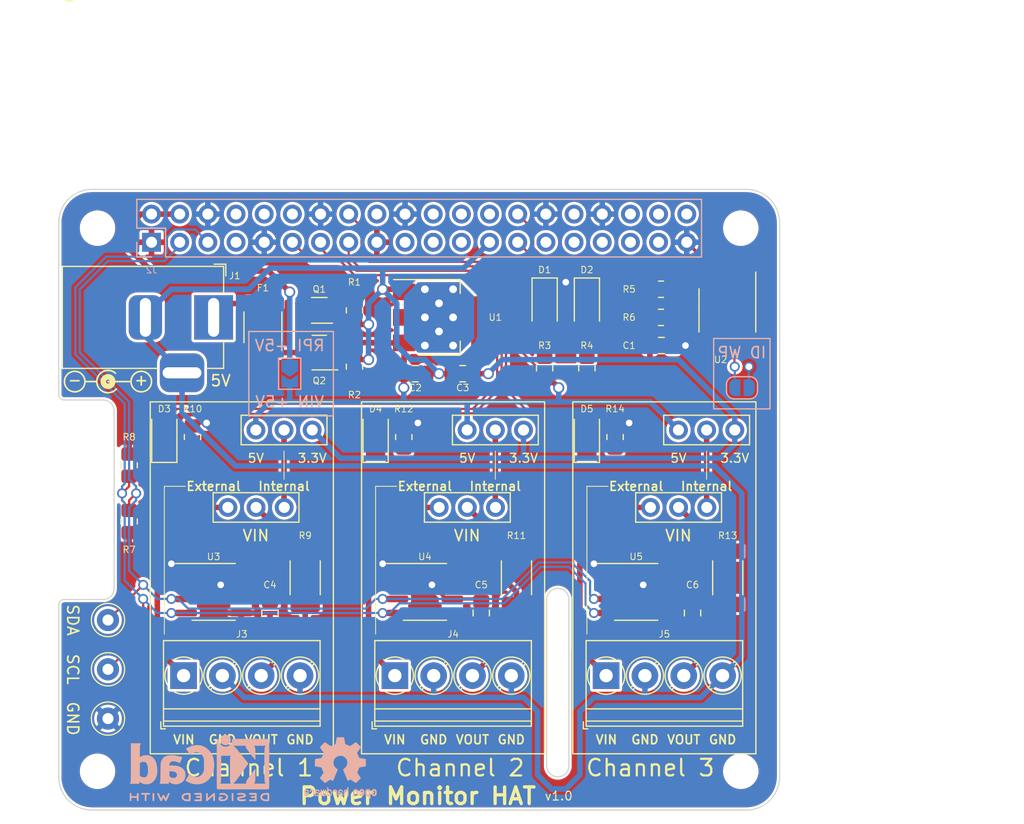
<source format=kicad_pcb>
(kicad_pcb (version 20211014) (generator pcbnew)
  (title_block (date "15 nov 2012") (comment 4 "AISLER Project ID: TDIBOIWR"))
  (layers (0 "F.Cu" signal) (31 "B.Cu" signal) (34 "B.Paste" user) (35 "F.Paste" user) (36 "B.SilkS" user "B.Silkscreen") (37 "F.SilkS" user "F.Silkscreen") (38 "B.Mask" user) (39 "F.Mask" user) (44 "Edge.Cuts" user))
  (net 0 "")
  (net 1 "GND")
  (net 2 "/SCL")
  (net 14 "/ID_SDA")
  (net 15 "/ID_SCL")
  (net 25 "+5V")
  (net 26 "+3.3V")
  (net 27 "/PowerChannel 1/EXTERNAL_VIN")
  (net 28 "/PowerChannel 1/VOUT")
  (net 29 "/PowerChannel 2/EXTERNAL_VIN")
  (net 30 "/PowerChannel 2/VOUT")
  (net 31 "/PowerChannel 3/EXTERNAL_VIN")
  (net 32 "/PowerChannel 3/VOUT")
  (net 33 "Net-(JP2-Pad1)")
  (net 34 "/PowerChannel 1/VIN")
  (net 35 "/PowerChannel 1/INTERNAL_VIN")
  (net 36 "/PowerChannel 2/VIN")
  (net 37 "/PowerChannel 2/INTERNAL_VIN")
  (net 38 "/PowerChannel 3/VIN")
  (net 39 "/PowerChannel 3/INTERNAL_VIN")
  (net 43 "/SDA")
  (net 44 "Net-(D3-Pad1)")
  (net 45 "+3.3VP")
  (net 46 "+5VP")
  (net 47 "Net-(D1-Pad2)")
  (net 48 "Net-(D4-Pad1)")
  (net 49 "Net-(D5-Pad1)")
  (net 50 "Net-(D2-Pad2)")
  (net 51 "Net-(Q1-Pad2)")
  (net 52 "Net-(Q1-Pad6)")
  (net 53 "/Vfused")
  (net 54 "/Vpsu")
  (net 55 "/LED_CH1")
  (net 56 "/LED_CH2")
  (net 57 "/LED_CH3")
  (net 58 "/LED")
  (net 59 "GNDPWR")
  (footprint "Resistor_SMD:R_0805_2012Metric_Pad1.20x1.40mm_HandSolder" (layer "F.Cu") (at 147.625 60.15 -90)
    (fp_text reference "R4")
    (fp_text value "470R")
  )
  (footprint "Resistor_SMD:R_0805_2012Metric_Pad1.20x1.40mm_HandSolder" (layer "F.Cu") (at 126.67 54.915 -90)
    (fp_text reference "R1")
    (fp_text value "10k")
  )
  (footprint "Resistor_SMD:R_0805_2012Metric_Pad1.20x1.40mm_HandSolder" (layer "F.Cu") (at 154.3075 53.01)
    (fp_text reference "R5")
    (fp_text value "3.9k")
  )
  (footprint "MountingHole:MountingHole_2.7mm_M2.5" (layer "F.Cu") (at 161.5 47.5)
    (fp_text reference "MH2" hide)
    (fp_text value "MountingHole_2.7mm_M2.5" hide)
  )
  (footprint "Package_SO:SOIC-8_3.9x4.9mm_P1.27mm" (layer "F.Cu") (at 133.02 80.315)
    (fp_text reference "U4")
    (fp_text value "INA219AxD")
  )
  (footprint "TestPoint:TestPoint_Loop_D1.80mm_Drill1.0mm_Beaded" (layer "F.Cu") (at 104.445 91.745)
    (fp_text reference "TP1" hide)
    (fp_text value "TestPoint")
  )
  (footprint "shared_components:PinHeader_1x03_P2.54mm_Vertical_NoFP" (layer "F.Cu") (at 134.305 72.695 90)
    (fp_text reference "JP5" hide)
    (fp_text value "Jumper")
  )
  (footprint "Resistor_SMD:R_2010_5025Metric_Pad1.40x2.65mm_HandSolder" (layer "F.Cu") (at 160.325 79.045 -90)
    (fp_text reference "R13")
    (fp_text value "0R5")
  )
  (footprint "Resistor_SMD:R_2010_5025Metric_Pad1.40x2.65mm_HandSolder" (layer "F.Cu") (at 122.225 79.045 -90)
    (fp_text reference "R9")
    (fp_text value "0R5")
  )
  (footprint "shared_components:PinHeader_1x03_P2.54mm_Vertical_NoFP" (layer "F.Cu") (at 155.88 65.71 90)
    (fp_text reference "JP8" hide)
    (fp_text value "Jumper")
  )
  (footprint "Resistor_SMD:R_0805_2012Metric_Pad1.20x1.40mm_HandSolder" (layer "F.Cu") (at 106.35 73.965 90)
    (fp_text reference "R7")
    (fp_text value "10k")
  )
  (footprint "Resistor_SMD:R_0805_2012Metric_Pad1.20x1.40mm_HandSolder" (layer "F.Cu") (at 126.67 59.995 90)
    (fp_text reference "R2")
    (fp_text value "47k")
  )
  (footprint "TestPoint:TestPoint_Loop_D1.80mm_Drill1.0mm_Beaded" (layer "F.Cu") (at 104.445 87.3)
    (fp_text reference "TP3" hide)
    (fp_text value "TestPoint")
  )
  (footprint "Capacitor_SMD:C_0805_2012Metric_Pad1.18x1.45mm_HandSolder" (layer "F.Cu") (at 157.15 82.22 90)
    (fp_text reference "C6")
    (fp_text value "100n")
  )
  (footprint "Capacitor_SMD:C_0805_2012Metric_Pad1.18x1.45mm_HandSolder" (layer "F.Cu") (at 136.4275 60.63 180)
    (fp_text reference "C3")
    (fp_text value "10u")
  )
  (footprint "shared_components:PinHeader_1x03_P2.54mm_Vertical_NoFP" (layer "F.Cu") (at 115.255 72.695 90)
    (fp_text reference "JP3" hide)
    (fp_text value "Jumper")
  )
  (footprint "Capacitor_SMD:C_0805_2012Metric_Pad1.18x1.45mm_HandSolder" (layer "F.Cu") (at 119.05 82.22 90)
    (fp_text reference "C4")
    (fp_text value "100n")
  )
  (footprint "Resistor_SMD:R_0805_2012Metric_Pad1.20x1.40mm_HandSolder" (layer "F.Cu") (at 143.815 60.15 -90)
    (fp_text reference "R3")
    (fp_text value "470R")
  )
  (footprint "Resistor_SMD:R_0805_2012Metric_Pad1.20x1.40mm_HandSolder" (layer "F.Cu") (at 131.115 66.345 -90)
    (fp_text reference "R12")
    (fp_text value "470R")
  )
  (footprint "LED_SMD:LED_1206_3216Metric" (layer "F.Cu") (at 128.575 66.345 90)
    (fp_text reference "D4")
    (fp_text value "LED")
  )
  (footprint "Package_SO:SOIC-8_3.9x4.9mm_P1.27mm" (layer "F.Cu") (at 152.07 80.315)
    (fp_text reference "U5")
    (fp_text value "INA219AxD")
  )
  (footprint "Resistor_SMD:R_0805_2012Metric_Pad1.20x1.40mm_HandSolder" (layer "F.Cu") (at 112.065 66.345 -90)
    (fp_text reference "R10")
    (fp_text value "470R")
  )
  (footprint "Capacitor_SMD:C_0805_2012Metric_Pad1.18x1.45mm_HandSolder" (layer "F.Cu") (at 154.345 58.09)
    (fp_text reference "C1")
    (fp_text value "100n")
  )
  (footprint "Resistor_SMD:R_2010_5025Metric_Pad1.40x2.65mm_HandSolder" (layer "F.Cu") (at 141.275 79.045 -90)
    (fp_text reference "R11")
    (fp_text value "0R5")
  )
  (footprint "Package_TO_SOT_SMD:SOT-23" (layer "F.Cu") (at 123.495 58.725 180)
    (fp_text reference "Q2")
    (fp_text value "SI2301CDS")
  )
  (footprint "TerminalBlock_Phoenix:TerminalBlock_Phoenix_PT-1,5-4-3.5-H_1x04_P3.50mm_Horizontal" (layer "F.Cu") (at 149.36 87.87)
    (fp_text reference "J5")
    (fp_text value "OutputTerminal")
  )
  (footprint "Package_TO_SOT_SMD:SOT-363_SC-70-6" (layer "F.Cu") (at 123.495 54.915 180)
    (fp_text reference "Q1")
    (fp_text value "BC856BDW1")
  )
  (footprint "Resistor_SMD:R_0805_2012Metric_Pad1.20x1.40mm_HandSolder" (layer "F.Cu") (at 106.35 68.885 -90)
    (fp_text reference "R8")
    (fp_text value "10k")
  )
  (footprint "Package_SO:SOIC-8_3.9x4.9mm_P1.27mm" (layer "F.Cu") (at 113.97 80.315)
    (fp_text reference "U3")
    (fp_text value "INA219AxD")
  )
  (footprint "MountingHole:MountingHole_2.7mm_M2.5" (layer "F.Cu") (at 103.5 96.5)
    (fp_text reference "MH3" hide)
    (fp_text value "MountingHole_2.7mm_M2.5" hide)
  )
  (footprint "shared_components:PinHeader_1x03_P2.54mm_Vertical_NoFP" (layer "F.Cu") (at 136.83 65.71 90)
    (fp_text reference "JP6" hide)
    (fp_text value "Jumper")
  )
  (footprint "MountingHole:MountingHole_2.7mm_M2.5" (layer "F.Cu") (at 103.5 47.5)
    (fp_text reference "MH1" hide)
    (fp_text value "MountingHole_2.7mm_M2.5" hide)
  )
  (footprint "Symbol:Symbol_Barrel_Polarity" (layer "F.Cu") (at 104.445 61.265)
    (fp_text reference "SYM1" hide)
    (fp_text value "Symbol_Barrel_Polarity" hide)
  )
  (footprint "Package_TO_SOT_SMD:SOT-223-3_TabPin2" (layer "F.Cu") (at 134.29 55.55)
    (fp_text reference "U1")
    (fp_text value "NCP1117-3.3_SOT223")
  )
  (footprint "Resistor_SMD:R_0805_2012Metric_Pad1.20x1.40mm_HandSolder" (layer "F.Cu") (at 150.165 66.345 -90)
    (fp_text reference "R14")
    (fp_text value "470R")
  )
  (footprint "TerminalBlock_Phoenix:TerminalBlock_Phoenix_PT-1,5-4-3.5-H_1x04_P3.50mm_Horizontal" (layer "F.Cu") (at 130.31 87.87)
    (fp_text reference "J4")
    (fp_text value "OutputTerminal")
  )
  (footprint "TestPoint:TestPoint_Loop_D1.80mm_Drill1.0mm_Beaded" (layer "F.Cu") (at 104.445 82.855)
    (fp_text reference "TP2" hide)
    (fp_text value "TestPoint")
  )
  (footprint "Resistor_SMD:R_0805_2012Metric_Pad1.20x1.40mm_HandSolder" (layer "F.Cu") (at 154.3075 55.55)
    (fp_text reference "R6")
    (fp_text value "3.9k")
  )
  (footprint "shared_components:PinHeader_1x03_P2.54mm_Vertical_NoFP" (layer "F.Cu") (at 117.78 65.71 90)
    (fp_text reference "JP4" hide)
    (fp_text value "Jumper")
  )
  (footprint "LED_SMD:LED_1206_3216Metric" (layer "F.Cu") (at 109.525 66.345 90)
    (fp_text reference "D3")
    (fp_text value "LED")
  )
  (footprint "MountingHole:MountingHole_2.7mm_M2.5" (layer "F.Cu") (at 161.5 96.5)
    (fp_text reference "MH4" hide)
    (fp_text value "MountingHole_2.7mm_M2.5" hide)
  )
  (footprint "shared_components:BarrelJack_CLIFF_FC68148_Horizontal" (layer "F.Cu") (at 113.97 55.55)
    (fp_text reference "J1")
    (fp_text value "Barrel_Jack_Switch")
  )
  (footprint "Package_SO:SOIC-8_3.9x4.9mm_P1.27mm" (layer "F.Cu") (at 160.2925 54.915 -90)
    (fp_text reference "U2")
    (fp_text value "CAT24C256")
  )
  (footprint "LED_SMD:LED_1206_3216Metric" (layer "F.Cu") (at 143.815 54.28 -90)
    (fp_text reference "D1")
    (fp_text value "LED")
  )
  (footprint "LED_SMD:LED_1206_3216Metric" (layer "F.Cu") (at 147.625 66.345 90)
    (fp_text reference "D5")
    (fp_text value "LED")
  )
  (footprint "Fuse:Fuse_1812_4532Metric" (layer "F.Cu") (at 118.415 56.4425 -90)
    (fp_text reference "F1")
    (fp_text value "MF-MSMF250/16X-2")
  )
  (footprint "Capacitor_SMD:C_0805_2012Metric_Pad1.18x1.45mm_HandSolder" (layer "F.Cu") (at 132.1525 60.63)
    (fp_text reference "C2")
    (fp_text value "10u")
  )
  (footprint "LED_SMD:LED_1206_3216Metric" (layer "F.Cu") (at 147.625 54.28 -90)
    (fp_text reference "D2")
    (fp_text value "LED")
  )
  (footprint "Capacitor_SMD:C_0805_2012Metric_Pad1.18x1.45mm_HandSolder" (layer "F.Cu") (at 138.1 82.22 90)
    (fp_text reference "C5")
    (fp_text value "100n")
  )
  (footprint "TerminalBlock_Phoenix:TerminalBlock_Phoenix_PT-1,5-4-3.5-H_1x04_P3.50mm_Horizontal" (layer "F.Cu") (at 111.26 87.87)
    (fp_text reference "J3")
    (fp_text value "OutputTerminal")
  )
  (footprint "shared_components:PinHeader_1x03_P2.54mm_Vertical_NoFP" (layer "F.Cu") (at 153.355 72.695 90)
    (fp_text reference "JP7" hide)
    (fp_text value "Jumper")
  )
  (footprint "Connector_PinSocket_2.54mm:PinSocket_2x20_P2.54mm_Vertical" (layer "B.Cu") (at 108.37 48.77 -90)
    (fp_text reference "J2")
    (fp_text value "GPIO")
  )
  (footprint "Jumper:SolderJumper-2_P1.3mm_Open_TrianglePad1.0x1.5mm" (layer "B.Cu") (at 120.828 60.63 -90)
    (fp_text reference "JP1" hide)
    (fp_text value "5V_Bridge")
  )
  (footprint "Jumper:SolderJumper-2_P1.3mm_Open_RoundedPad1.0x1.5mm" (layer "B.Cu") (at 161.61 61.9)
    (fp_text reference "JP2" hide)
    (fp_text value "ID_WP" hide)
  )
  (footprint "Symbol:KiCad-Logo2_5mm_SilkScreen" (layer "B.Cu") (at 112.7 96.19 180)
    (fp_text reference "SYM3" hide)
    (fp_text value "KiCad-Logo2_5mm_SilkScreen" hide)
  )
  (footprint "Symbol:OSHW-Logo2_7.3x6mm_SilkScreen" (layer "B.Cu") (at 125.4 96.19 180)
    (fp_text reference "SYM2" hide)
    (fp_text value "OSHW-Logo2_7.3x6mm_SilkScreen" hide)
  )
  (gr_rect (start 117.145 56.82) (end 124.765 64.44) (layer "B.SilkS") (width 0.12) (fill none))
  (gr_rect (start 159.055 57.455) (end 164.135 63.805) (layer "B.SilkS") (width 0.12) (fill none))
  (gr_line (start 109.525 70.79) (end 109.525 84.125) (layer "F.SilkS") (width 0.08))
  (gr_rect (start 127.305 63.17) (end 143.815 94.92) (layer "F.SilkS") (width 0.12) (fill none))
  (gr_line (start 147.625 70.79) (end 147.625 84.125) (layer "F.SilkS") (width 0.08))
  (gr_rect (start 108.255 63.17) (end 124.765 94.92) (layer "F.SilkS") (width 0.12) (fill none))
  (gr_rect (start 146.355 63.17) (end 162.865 94.92) (layer "F.SilkS") (width 0.12) (fill none))
  (gr_line (start 101.27 26.975) (end 100.635 26.975) (layer "F.SilkS") (width 0.12))
  (gr_line (start 158.42 70.155) (end 158.42 67.615) (layer "F.SilkS") (width 0.08))
  (gr_line (start 128.575 70.79) (end 128.575 84.125) (layer "F.SilkS") (width 0.08))
  (gr_line (start 147.625 70.79) (end 149.53 70.79) (layer "F.SilkS") (width 0.08))
  (gr_line (start 109.525 70.79) (end 111.43 70.79) (layer "F.SilkS") (width 0.08))
  (gr_line (start 128.575 70.79) (end 130.48 70.79) (layer "F.SilkS") (width 0.08))
  (gr_line (start 120.32 67.615) (end 120.32 70.155) (layer "F.SilkS") (width 0.08))
  (gr_line (start 139.37 70.155) (end 139.37 67.615) (layer "F.SilkS") (width 0.08))
  (gr_arc (start 100.5 63) (mid 100.146447 62.853553) (end 100 62.5) (layer "Edge.Cuts") (width 0.1))
  (gr_arc (start 162 44) (mid 164.12132 44.87868) (end 165 47) (layer "Edge.Cuts") (width 0.1))
  (gr_line (start 165 97) (end 165 47) (layer "Edge.Cuts") (width 0.1))
  (gr_line (start 100 47) (end 100 62.5) (layer "Edge.Cuts") (width 0.1))
  (gr_line (start 146 81) (end 146 96) (layer "Edge.Cuts") (width 0.1))
  (gr_line (start 144 96) (end 144 81) (layer "Edge.Cuts") (width 0.1))
  (gr_arc (start 103 100) (mid 100.87868 99.12132) (end 100 97) (layer "Edge.Cuts") (width 0.1))
  (gr_line (start 103 100) (end 162 100) (layer "Edge.Cuts") (width 0.1))
  (gr_line (start 104 81) (end 100.5 81) (layer "Edge.Cuts") (width 0.1))
  (gr_arc (start 144 81) (mid 145 80) (end 146 81) (layer "Edge.Cuts") (width 0.1))
  (gr_arc (start 100 81.5) (mid 100.146447 81.146447) (end 100.5 81) (layer "Edge.Cuts") (width 0.1))
  (gr_arc (start 165 97) (mid 164.12132 99.12132) (end 162 100) (layer "Edge.Cuts") (width 0.1))
  (gr_line (start 105 64) (end 105 80) (layer "Edge.Cuts") (width 0.1))
  (gr_arc (start 100 47) (mid 100.87868 44.87868) (end 103 44) (layer "Edge.Cuts") (width 0.1))
  (gr_arc (start 146 96) (mid 145 97) (end 144 96) (layer "Edge.Cuts") (width 0.1))
  (gr_line (start 100 81.5) (end 100 97) (layer "Edge.Cuts") (width 0.1))
  (gr_line (start 100.5 63) (end 104 63) (layer "Edge.Cuts") (width 0.1))
  (gr_arc (start 105 80) (mid 104.707106 80.707106) (end 104 81) (layer "Edge.Cuts") (width 0.1))
  (gr_arc (start 104 63) (mid 104.707106 63.292894) (end 105 64) (layer "Edge.Cuts") (width 0.1))
  (gr_line (start 162 44) (end 103 44) (layer "Edge.Cuts") (width 0.1))
  (gr_text "GND" (at 121.76 93.65) (layer "F.SilkS") (effects (font (size 0.8 0.8))))
  (gr_text "VOUT" (at 156.36 93.65) (layer "F.SilkS") (effects (font (size 0.8 0.8))))
  (gr_text "Power Monitor HAT" (at 132.385 98.73) (layer "F.SilkS") (effects (font (size 1.5 1.5) (thickness 0.3))))
  (gr_text "VIN" (at 111.288674 93.65) (layer "F.SilkS") (effects (font (size 0.8 0.8))))
  (gr_text "GND" (at 152.86 93.65) (layer "F.SilkS") (effects (font (size 0.8 0.8))))
  (gr_text "v1.0" (at 145.085 98.73) (layer "F.SilkS") (effects (font (size 0.8 0.8) (thickness 0.1))))
  (gr_text "VIN" (at 130.31 93.65) (layer "F.SilkS") (effects (font (size 0.8 0.8))))
  (gr_text "GND" (at 140.81 93.65) (layer "F.SilkS") (effects (font (size 0.8 0.8))))
  (gr_text "GND" (at 159.86 93.65) (layer "F.SilkS") (effects (font (size 0.8 0.8))))
  (gr_text "GND" (at 133.81 93.65) (layer "F.SilkS") (effects (font (size 0.8 0.8))))
  (gr_text "VOUT" (at 118.26 93.65) (layer "F.SilkS") (effects (font (size 0.8 0.8))))
  (gr_text "Channel 3" (at 153.34 96.19) (layer "F.SilkS") (effects (font (size 1.5 1.5) (thickness 0.2))))
  (gr_text "VOUT" (at 137.31 93.65) (layer "F.SilkS") (effects (font (size 0.8 0.8))))
  (gr_text "Channel 1" (at 117.145 96.19) (layer "F.SilkS") (effects (font (size 1.5 1.5) (thickness 0.2))))
  (gr_text "GND" (at 114.76 93.65) (layer "F.SilkS") (effects (font (size 0.8 0.8))))
  (gr_text "Channel 2" (at 136.195 96.19) (layer "F.SilkS") (effects (font (size 1.5 1.5) (thickness 0.2))))
  (gr_text "VIN" (at 149.388674 93.65) (layer "F.SilkS") (effects (font (size 0.8 0.8))))
  (gr_text "5V" (at 114.605 61.265) (layer "F.SilkS") (effects (font (size 1 1))))
  (segment (start 130.545 78.41) (end 129.845 78.41) (width 0.3) (layer "F.Cu") (net 1))
  (segment (start 114.605 79.68) (end 115.875 80.95) (width 0.3) (layer "F.Cu") (net 1))
  (segment (start 116.445 80.95) (end 118.8175 80.95) (width 0.3) (layer "F.Cu") (net 1))
  (segment (start 156.9175 80.95) (end 157.15 81.1825) (width 0.3) (layer "F.Cu") (net 1))
  (segment (start 148.895 78.41) (end 148.26 77.775) (width 0.3) (layer "F.Cu") (net 1))
  (segment (start 118.8175 80.95) (end 119.05 81.1825) (width 0.3) (layer "F.Cu") (net 1))
  (segment (start 158.3875 52.44) (end 158.3875 50.5275) (width 0.3) (layer "F.Cu") (net 1))
  (segment (start 145.72 52.375) (end 144.32 52.375) (width 0.3) (layer "F.Cu") (net 1))
  (segment (start 110.795 78.41) (end 110.16 77.775) (width 0.3) (layer "F.Cu") (net 1))
  (segment (start 155.3825 58.09) (end 156.515 58.09) (width 0.3) (layer "F.Cu") (net 1))
  (segment (start 134.925 80.95) (end 133.655 79.68) (width 0.3) (layer "F.Cu") (net 1))
  (segment (start 149.595 78.41) (end 148.895 78.41) (width 0.3) (layer "F.Cu") (net 1))
  (segment (start 135.495 80.95) (end 137.8675 80.95) (width 0.3) (layer "F.Cu") (net 1))
  (segment (start 135.56 80.95) (end 134.99 80.95) (width 0.3) (layer "F.Cu") (net 1))
  (segment (start 145.72 52.375) (end 147.12 52.375) (width 0.3) (layer "F.Cu") (net 1))
  (segment (start 115.875 80.95) (end 116.445 80.95) (width 0.3) (layer "F.Cu") (net 1))
  (segment (start 154.61 80.95) (end 154.04 80.95) (width 0.3) (layer "F.Cu") (net 1))
  (segment (start 113.335 65.075) (end 112.335 65.075) (width 0.3) (layer "F.Cu") (net 1))
  (segment (start 132.385 65.075) (end 131.385 65.075) (width 0.3) (layer "F.Cu") (net 1))
  (segment (start 137.8675 80.95) (end 138.1 81.1825) (width 0.3) (layer "F.Cu") (net 1))
  (segment (start 129.845 78.41) (end 129.21 77.775) (width 0.3) (layer "F.Cu") (net 1))
  (segment (start 111.495 78.41) (end 110.795 78.41) (width 0.3) (layer "F.Cu") (net 1))
  (segment (start 153.975 80.95) (end 152.705 79.68) (width 0.3) (layer "F.Cu") (net 1))
  (segment (start 147.12 52.375) (end 147.625 52.88) (width 0.3) (layer "F.Cu") (net 1))
  (segment (start 158.3875 50.5275) (end 156.63 48.77) (width 0.3) (layer "F.Cu") (net 1))
  (segment (start 111.495 78.41) (end 111.495 79.68) (width 0.3) (layer "F.Cu") (net 1))
  (segment (start 144.32 52.375) (end 143.815 52.88) (width 0.3) (layer "F.Cu") (net 1))
  (segment (start 151.435 65.075) (end 150.435 65.075) (width 0.3) (layer "F.Cu") (net 1))
  (segment (start 154.545 80.95) (end 156.9175 80.95) (width 0.3) (layer "F.Cu") (net 1))
  (via (at 148.26 77.775) (size 0.9) (drill 0.6) (layers "F.Cu" "B.Cu") (net 1))
  (via (at 152.705 79.68) (size 0.9) (drill 0.6) (layers "F.Cu" "B.Cu") (net 1))
  (via (at 132.385 65.075) (size 0.9) (drill 0.6) (layers "F.Cu" "B.Cu") (net 1))
  (via (at 145.72 52.375) (size 0.9) (drill 0.6) (layers "F.Cu" "B.Cu") (net 1))
  (via (at 151.435 65.075) (size 0.9) (drill 0.6) (layers "F.Cu" "B.Cu") (net 1))
  (via (at 110.16 77.775) (size 0.9) (drill 0.6) (layers "F.Cu" "B.Cu") (net 1))
  (via (at 113.335 65.075) (size 0.9) (drill 0.6) (layers "F.Cu" "B.Cu") (net 1))
  (via (at 114.605 79.68) (size 0.9) (drill 0.6) (layers "F.Cu" "B.Cu") (net 1))
  (via (at 156.515 58.09) (size 0.9) (drill 0.6) (layers "F.Cu" "B.Cu") (net 1))
  (via (at 129.21 77.775) (size 0.9) (drill 0.6) (layers "F.Cu" "B.Cu") (net 1))
  (via (at 133.655 79.68) (size 0.9) (drill 0.6) (layers "F.Cu" "B.Cu") (net 1))
  (segment (start 107.62 84.125) (end 104.445 87.3) (width 0.2) (layer "F.Cu") (net 2))
  (segment (start 106.35 69.885) (end 106.35 70.79) (width 0.2) (layer "F.Cu") (net 2))
  (segment (start 106.35 70.79) (end 105.715 71.425) (width 0.2) (layer "F.Cu") (net 2))
  (segment (start 107.62 80.95) (end 107.62 84.125) (width 0.2) (layer "F.Cu") (net 2))
  (segment (start 130.545 82.22) (end 129.21 82.22) (width 0.2) (layer "F.Cu") (net 2))
  (segment (start 110.16 82.22) (end 111.495 82.22) (width 0.2) (layer "F.Cu") (net 2))
  (via (at 110.16 82.22) (size 0.9) (drill 0.6) (layers "F.Cu" "B.Cu") (net 2))
  (via (at 107.62 80.95) (size 0.9) (drill 0.6) (layers "F.Cu" "B.Cu") (net 2))
  (via (at 105.715 71.425) (size 0.9) (drill 0.6) (layers "F.Cu" "B.Cu") (net 2))
  (via (at 148.26 82.22) (size 0.9) (drill 0.6) (layers "F.Cu" "B.Cu") (net 2))
  (via (at 129.21 82.22) (size 0.9) (drill 0.6) (layers "F.Cu" "B.Cu") (net 2))
  (segment (start 105.95048 72.29548) (end 105.95048 79.28048) (width 0.2) (layer "B.Cu") (net 2))
  (segment (start 146.002503 78.057503) (end 147.510489 79.565489) (width 0.2) (layer "B.Cu") (net 2))
  (segment (start 147.510489 81.470489) (end 148.26 82.22) (width 0.2) (layer "B.Cu") (net 2))
  (segment (start 130.71548 81.34952) (end 140.170487 81.349519) (width 0.2) (layer "B.Cu") (net 2))
  (segment (start 140.170487 81.349519) (end 143.462503 78.057503) (width 0.2) (layer "B.Cu") (net 2))
  (segment (start 109.760489 49.678533) (end 109.368542 50.07048) (width 0.2) (layer "B.Cu") (net 2))
  (segment (start 105.95048 63.335486) (end 105.95048 70.55452) (width 0.2) (layer "B.Cu") (net 2))
  (segment (start 105.715 72.06) (end 105.95048 72.29548) (width 0.2) (layer "B.Cu") (net 2))
  (segment (start 129.845 82.22) (end 130.71548 81.34952) (width 0.2) (layer "B.Cu") (net 2))
  (segment (start 101.505481 52.844513) (end 101.505481 58.890487) (width 0.2) (layer "B.Cu") (net 2))
  (segment (start 107.62 80.95) (end 108.89 82.22) (width 0.2) (layer "B.Cu") (net 2))
  (segment (start 105.715 70.79) (end 105.715 71.425) (width 0.2) (layer "B.Cu") (net 2))
  (segment (start 105.95048 70.55452) (end 105.715 70.79) (width 0.2) (layer "B.Cu") (net 2))
  (segment (start 147.510489 79.565489) (end 147.510489 81.470489) (width 0.2) (layer "B.Cu") (net 2))
  (segment (start 112.300489 47.620489) (end 110.433856 47.620489) (width 0.2) (layer "B.Cu") (net 2))
  (segment (start 110.16 82.22) (end 129.21 82.22) (width 0.2) (layer "B.Cu") (net 2))
  (segment (start 104.279514 50.07048) (end 101.505481 52.844513) (width 0.2) (layer "B.Cu") (net 2))
  (segment (start 109.760489 48.293856) (end 109.760489 49.678533) (width 0.2) (layer "B.Cu") (net 2))
  (segment (start 110.433856 47.620489) (end 109.760489 48.293856) (width 0.2) (layer "B.Cu") (net 2))
  (segment (start 113.45 48.77) (end 112.300489 47.620489) (width 0.2) (layer "B.Cu") (net 2))
  (segment (start 129.21 82.22) (end 129.845 82.22) (width 0.2) (layer "B.Cu") (net 2))
  (segment (start 101.505481 58.890487) (end 105.95048 63.335486) (width 0.2) (layer "B.Cu") (net 2))
  (segment (start 105.715 71.425) (end 105.715 72.06) (width 0.2) (layer "B.Cu") (net 2))
  (segment (start 108.89 82.22) (end 110.16 82.22) (width 0.2) (layer "B.Cu") (net 2))
  (segment (start 143.462503 78.057503) (end 146.002503 78.057503) (width 0.2) (layer "B.Cu") (net 2))
  (segment (start 109.368542 50.07048) (end 104.279514 50.07048) (width 0.2) (layer "B.Cu") (net 2))
  (segment (start 105.95048 79.28048) (end 107.62 80.95) (width 0.2) (layer "B.Cu") (net 2))
  (segment (start 141.39 48.77) (end 143.48952 50.86952) (width 0.2) (layer "F.Cu") (net 14))
  (segment (start 155.3075 55.55) (end 157.785 55.55) (width 0.2) (layer "F.Cu") (net 14))
  (segment (start 154.40798 54.65048) (end 155.3075 55.55) (width 0.2) (layer "F.Cu") (net 14))
  (segment (start 157.785 55.55) (end 158.42 56.185) (width 0.2) (layer "F.Cu") (net 14))
  (segment (start 154.40798 51.467986) (end 154.40798 54.65048) (width 0.2) (layer "F.Cu") (net 14))
  (segment (start 153.809514 50.86952) (end 154.40798 51.467986) (width 0.2) (layer "F.Cu") (net 14))
  (segment (start 143.48952 50.86952) (end 153.809514 50.86952) (width 0.2) (layer "F.Cu") (net 14))
  (segment (start 158.42 56.185) (end 158.42 57.3575) (width 0.2) (layer "F.Cu") (net 14))
  (segment (start 144.004345 50.47) (end 153.975 50.47) (width 0.2) (layer "F.Cu") (net 15))
  (segment (start 155.3075 51.8025) (end 155.3075 53.01) (width 0.2) (layer "F.Cu") (net 15))
  (segment (start 153.975 50.47) (end 155.3075 51.8025) (width 0.2) (layer "F.Cu") (net 15))
  (segment (start 142.780489 47.620489) (end 142.780489 49.246144) (width 0.2) (layer "F.Cu") (net 15))
  (segment (start 159.6575 56.857494) (end 159.6575 57.39) (width 0.2) (layer "F.Cu") (net 15))
  (segment (start 141.39 46.23) (end 142.780489 47.620489) (width 0.2) (layer "F.Cu") (net 15))
  (segment (start 142.780489 49.246144) (end 144.004345 50.47) (width 0.2) (layer "F.Cu") (net 15))
  (segment (start 156.75048 55.15048) (end 157.950487 55.150481) (width 0.2) (layer "F.Cu") (net 15))
  (segment (start 155.3075 53.01) (end 155.3075 53.7075) (width 0.2) (layer "F.Cu") (net 15))
  (segment (start 155.3075 53.7075) (end 156.75048 55.15048) (width 0.2) (layer "F.Cu") (net 15))
  (segment (start 157.950487 55.150481) (end 159.6575 56.857494) (width 0.2) (layer "F.Cu") (net 15))
  (segment (start 107.415 46.23) (end 106.35 47.295) (width 0.5) (layer "F.Cu") (net 25))
  (segment (start 108.370489 51.369511) (end 118.933511 51.369511) (width 0.5) (layer "F.Cu") (net 25))
  (segment (start 106.35 49.349022) (end 108.370489 51.369511) (width 0.5) (layer "F.Cu") (net 25))
  (segment (start 108.37 46.23) (end 107.415 46.23) (width 0.5) (layer "F.Cu") (net 25))
  (segment (start 106.35 47.295) (end 106.35 49.349022) (width 0.5) (layer "F.Cu") (net 25))
  (segment (start 110.91 46.23) (end 108.37 46.23) (width 0.5) (layer "F.Cu") (net 25))
  (segment (start 118.933511 51.369511) (end 120.828 53.264) (width 0.5) (layer "F.Cu") (net 25))
  (via (at 120.828 53.264) (size 1) (drill 0.7) (layers "F.Cu" "B.Cu") (net 25))
  (segment (start 120.828 53.264) (end 120.828 59.868) (width 0.5) (layer "B.Cu") (net 25))
  (segment (start 153.3075 55.55) (end 153.3075 58.09) (width 0.2) (layer "F.Cu") (net 26))
  (segment (start 153.3075 53.01) (end 153.3075 55.55) (width 0.2) (layer "F.Cu") (net 26))
  (via (at 162.23 59.995) (size 0.9) (drill 0.6) (layers "F.Cu" "B.Cu") (net 26))
  (segment (start 162.23 59.995) (end 162.23 61.87) (width 0.2) (layer "B.Cu") (net 26))
  (segment (start 115.255 72.695) (end 111.43 72.695) (width 0.5) (layer "F.Cu") (net 27))
  (segment (start 108.89 85.5) (end 111.26 87.87) (width 0.5) (layer "F.Cu") (net 27))
  (segment (start 108.89 75.235) (end 108.89 85.5) (width 0.5) (layer "F.Cu") (net 27))
  (segment (start 111.43 72.695) (end 108.89 75.235) (width 0.5) (layer "F.Cu") (net 27))
  (segment (start 121.59 79.68) (end 122.225 80.315) (width 0.5) (layer "F.Cu") (net 28))
  (segment (start 122.225 80.315) (end 122.225 81.445) (width 0.5) (layer "F.Cu") (net 28))
  (segment (start 122.225 83.905) (end 118.26 87.87) (width 0.5) (layer "F.Cu") (net 28))
  (segment (start 116.445 79.68) (end 121.59 79.68) (width 0.5) (layer "F.Cu") (net 28))
  (segment (start 122.225 81.445) (end 122.225 83.905) (width 0.5) (layer "F.Cu") (net 28))
  (segment (start 130.48 72.695) (end 127.94 75.235) (width 0.5) (layer "F.Cu") (net 29))
  (segment (start 134.305 72.695) (end 130.48 72.695) (width 0.5) (layer "F.Cu") (net 29))
  (segment (start 127.94 75.235) (end 127.94 85.5) (width 0.5) (layer "F.Cu") (net 29))
  (segment (start 127.94 85.5) (end 130.31 87.87) (width 0.5) (layer "F.Cu") (net 29))
  (segment (start 135.495 79.68) (end 140.64 79.68) (width 0.5) (layer "F.Cu") (net 30))
  (segment (start 141.275 81.445) (end 141.275 83.905) (width 0.5) (layer "F.Cu") (net 30))
  (segment (start 141.275 83.905) (end 137.31 87.87) (width 0.5) (layer "F.Cu") (net 30))
  (segment (start 141.275 80.315) (end 141.275 81.445) (width 0.5) (layer "F.Cu") (net 30))
  (segment (start 140.64 79.68) (end 141.275 80.315) (width 0.5) (layer "F.Cu") (net 30))
  (segment (start 149.53 72.695) (end 146.99 75.235) (width 0.5) (layer "F.Cu") (net 31))
  (segment (start 146.99 85.5) (end 149.36 87.87) (width 0.5) (layer "F.Cu") (net 31))
  (segment (start 146.99 75.235) (end 146.99 85.5) (width 0.5) (layer "F.Cu") (net 31))
  (segment (start 153.355 72.695) (end 149.53 72.695) (width 0.5) (layer "F.Cu") (net 31))
  (segment (start 159.69 79.68) (end 160.325 80.315) (width 0.5) (layer "F.Cu") (net 32))
  (segment (start 160.325 81.445) (end 160.325 83.905) (width 0.5) (layer "F.Cu") (net 32))
  (segment (start 154.545 79.68) (end 159.69 79.68) (width 0.5) (layer "F.Cu") (net 32))
  (segment (start 160.325 83.905) (end 156.36 87.87) (width 0.5) (layer "F.Cu") (net 32))
  (segment (start 160.325 80.315) (end 160.325 81.445) (width 0.5) (layer "F.Cu") (net 32))
  (segment (start 160.9275 57.39) (end 160.9275 59.9625) (width 0.2) (layer "F.Cu") (net 33))
  (segment (start 160.9275 59.9625) (end 160.96 59.995) (width 0.2) (layer "F.Cu") (net 33))
  (via (at 160.96 59.995) (size 0.9) (drill 0.6) (layers "F.Cu" "B.Cu") (net 33))
  (segment (start 160.96 59.995) (end 160.96 61.9) (width 0.2) (layer "B.Cu") (net 33))
  (segment (start 121.59 78.41) (end 116.445 78.41) (width 0.5) (layer "F.Cu") (net 34))
  (segment (start 121.745 76.645) (end 122.225 76.645) (width 0.5) (layer "F.Cu") (net 34))
  (segment (start 122.225 77.775) (end 121.59 78.41) (width 0.5) (layer "F.Cu") (net 34))
  (segment (start 122.225 76.645) (end 122.225 77.775) (width 0.5) (layer "F.Cu") (net 34))
  (segment (start 117.795 72.695) (end 121.745 76.645) (width 0.5) (layer "F.Cu") (net 34))
  (segment (start 120.32 65.71) (end 120.32 72.68) (width 0.5) (layer "F.Cu") (net 35))
  (segment (start 140.64 78.41) (end 141.275 77.775) (width 0.5) (layer "F.Cu") (net 36))
  (segment (start 141.275 76.645) (end 140.795 76.645) (width 0.5) (layer "F.Cu") (net 36))
  (segment (start 141.275 77.775) (end 141.275 76.645) (width 0.5) (layer "F.Cu") (net 36))
  (segment (start 140.795 76.645) (end 136.845 72.695) (width 0.5) (layer "F.Cu") (net 36))
  (segment (start 135.495 78.41) (end 140.64 78.41) (width 0.5) (layer "F.Cu") (net 36))
  (segment (start 139.37 65.71) (end 139.37 72.68) (width 0.5) (layer "F.Cu") (net 37))
  (segment (start 159.845 76.645) (end 155.895 72.695) (width 0.5) (layer "F.Cu") (net 38))
  (segment (start 160.325 77.775) (end 160.325 76.645) (width 0.5) (layer "F.Cu") (net 38))
  (segment (start 159.69 78.41) (end 160.325 77.775) (width 0.5) (layer "F.Cu") (net 38))
  (segment (start 160.325 76.645) (end 159.845 76.645) (width 0.5) (layer "F.Cu") (net 38))
  (segment (start 154.545 78.41) (end 159.69 78.41) (width 0.5) (layer "F.Cu") (net 38))
  (segment (start 158.42 65.71) (end 158.42 72.68) (width 0.5) (layer "F.Cu") (net 39))
  (segment (start 106.35 72.965) (end 106.35 72.06) (width 0.2) (layer "F.Cu") (net 43))
  (segment (start 110.16 80.95) (end 111.495 80.95) (width 0.2) (layer "F.Cu") (net 43))
  (segment (start 130.545 80.95) (end 129.21 80.95) (width 0.2) (layer "F.Cu") (net 43))
  (segment (start 149.595 79.68) (end 149.595 80.95) (width 0.2) (layer "F.Cu") (net 43))
  (segment (start 106.35 72.06) (end 106.985 71.425) (width 0.2) (layer "F.Cu") (net 43))
  (segment (start 107.62 79.68) (end 104.445 82.855) (width 0.2) (layer "F.Cu") (net 43))
  (via (at 106.985 71.425) (size 0.9) (drill 0.6) (layers "F.Cu" "B.Cu") (net 43))
  (via (at 110.16 80.95) (size 0.9) (drill 0.6) (layers "F.Cu" "B.Cu") (net 43))
  (via (at 107.62 79.68) (size 0.9) (drill 0.6) (layers "F.Cu" "B.Cu") (net 43))
  (via (at 129.21 80.95) (size 0.9) (drill 0.6) (layers "F.Cu" "B.Cu") (net 43))
  (via (at 148.26 80.95) (size 0.9) (drill 0.6) (layers "F.Cu" "B.Cu") (net 43))
  (segment (start 106.35 63.17) (end 106.35 70.155) (width 0.2) (layer "B.Cu") (net 43))
  (segment (start 128.575 80.95) (end 129.21 80.95) (width 0.2) (layer "B.Cu") (net 43))
  (segment (start 106.985 71.425) (end 106.985 72.06) (width 0.2) (layer "B.Cu") (net 43))
  (segment (start 110.16 80.95) (end 110.795 80.95) (width 0.2) (layer "B.Cu") (net 43))
  (segment (start 146.237984 77.657984) (end 147.910009 79.330009) (width 0.2) (layer "B.Cu") (net 43))
  (segment (start 106.35 72.695) (end 106.35 78.41) (width 0.2) (layer "B.Cu") (net 43))
  (segment (start 106.35 78.41) (end 107.62 79.68) (width 0.2) (layer "B.Cu") (net 43))
  (segment (start 101.905 58.725) (end 106.35 63.17) (width 0.2) (layer "B.Cu") (net 43))
  (segment (start 143.297016 77.657984) (end 146.237984 77.657984) (width 0.2) (layer "B.Cu") (net 43))
  (segment (start 147.910008 79.330009) (end 147.910009 80.600008) (width 0.2) (layer "B.Cu") (net 43))
  (segment (start 110.91 48.77) (end 110.91 49.094028) (width 0.2) (layer "B.Cu") (net 43))
  (segment (start 110.795 80.95) (end 111.66548 81.82048) (width 0.2) (layer "B.Cu") (net 43))
  (segment (start 140.005 80.95) (end 143.297016 77.657984) (width 0.2) (layer "B.Cu") (net 43))
  (segment (start 101.905 53.01) (end 101.905 58.725) (width 0.2) (layer "B.Cu") (net 43))
  (segment (start 106.985 72.06) (end 106.35 72.695) (width 0.2) (layer "B.Cu") (net 43))
  (segment (start 108.89 80.95) (end 110.16 80.95) (width 0.2) (layer "B.Cu") (net 43))
  (segment (start 110.91 49.094028) (end 109.534028 50.47) (width 0.2) (layer "B.Cu") (net 43))
  (segment (start 127.70452 81.82048) (end 128.575 80.95) (width 0.2) (layer "B.Cu") (net 43))
  (segment (start 147.910008 80.600008) (end 148.26 80.95) (width 0.2) (layer "B.Cu") (net 43))
  (segment (start 106.985 70.79) (end 106.985 71.425) (width 0.2) (layer "B.Cu") (net 43))
  (segment (start 109.534028 50.47) (end 104.445 50.47) (width 0.2) (layer "B.Cu") (net 43))
  (segment (start 104.445 50.47) (end 101.905 53.01) (width 0.2) (layer "B.Cu") (net 43))
  (segment (start 111.66548 81.82048) (end 127.70452 81.82048) (width 0.2) (layer "B.Cu") (net 43))
  (segment (start 106.35 70.155) (end 106.985 70.79) (width 0.2) (layer "B.Cu") (net 43))
  (segment (start 107.62 79.68) (end 108.89 80.95) (width 0.2) (layer "B.Cu") (net 43))
  (segment (start 129.21 80.95) (end 140.005 80.95) (width 0.2) (layer "B.Cu") (net 43))
  (segment (start 112.065 67.345) (end 109.925 67.345) (width 0.2) (layer "F.Cu") (net 44))
  (segment (start 137.465 60.63) (end 138.735 60.63) (width 0.5) (layer "F.Cu") (net 45))
  (segment (start 137.44 55.55) (end 137.44 60.605) (width 0.5) (layer "F.Cu") (net 45))
  (segment (start 137.44 60.605) (end 137.465 60.63) (width 0.5) (layer "F.Cu") (net 45))
  (via (at 133.02 58.09) (size 1) (drill 0.7) (layers "F.Cu" "B.Cu") (net 45))
  (via (at 133.02 55.55) (size 1) (drill 0.7) (layers "F.Cu" "B.Cu") (net 45))
  (via (at 134.29 56.82) (size 1) (drill 0.7) (layers "F.Cu" "B.Cu") (net 45))
  (via (at 134.29 54.28) (size 1) (drill 0.7) (layers "F.Cu" "B.Cu") (net 45))
  (via (at 138.735 60.63) (size 1) (drill 0.7) (layers "F.Cu" "B.Cu") (net 45))
  (via (at 135.56 55.55) (size 1) (drill 0.7) (layers "F.Cu" "B.Cu") (net 45))
  (via (at 135.56 58.09) (size 1) (drill 0.7) (layers "F.Cu" "B.Cu") (net 45))
  (via (at 133.02 53.01) (size 1) (drill 0.7) (layers "F.Cu" "B.Cu") (net 45))
  (via (at 135.56 53.01) (size 1) (drill 0.7) (layers "F.Cu" "B.Cu") (net 45))
  (segment (start 141.91 68.25) (end 141.91 65.71) (width 0.5) (layer "B.Cu") (net 45))
  (segment (start 160.96 65.71) (end 160.96 66.98) (width 0.5) (layer "B.Cu") (net 45))
  (segment (start 159.69 68.25) (end 125.4 68.25) (width 0.5) (layer "B.Cu") (net 45))
  (segment (start 155.88 59.36) (end 160.96 64.44) (width 0.5) (layer "B.Cu") (net 45))
  (segment (start 160.96 64.44) (end 160.96 65.71) (width 0.5) (layer "B.Cu") (net 45))
  (segment (start 125.4 68.25) (end 122.86 65.71) (width 0.5) (layer "B.Cu") (net 45))
  (segment (start 140.005 59.36) (end 155.88 59.36) (width 0.5) (layer "B.Cu") (net 45))
  (segment (start 160.96 66.98) (end 159.69 68.25) (width 0.5) (layer "B.Cu") (net 45))
  (segment (start 138.735 60.63) (end 140.005 59.36) (width 0.5) (layer "B.Cu") (net 45))
  (segment (start 143.815 61.15) (end 144.335 61.15) (width 0.5) (layer "F.Cu") (net 46))
  (segment (start 144.335 61.15) (end 145.085 61.9) (width 0.5) (layer "F.Cu") (net 46))
  (segment (start 128.337102 57.85) (end 131.14 57.85) (width 0.5) (layer "F.Cu") (net 46))
  (segment (start 124.445 55.565) (end 124.445 57.7625) (width 0.5) (layer "F.Cu") (net 46))
  (segment (start 128.312591 57.825489) (end 128.337102 57.85) (width 0.5) (layer "F.Cu") (net 46))
  (segment (start 131.14 57.85) (end 131.14 60.605) (width 0.5) (layer "F.Cu") (net 46))
  (segment (start 131.115 60.63) (end 131.115 61.9) (width 0.5) (layer "F.Cu") (net 46))
  (segment (start 124.482989 57.825489) (end 128.312591 57.825489) (width 0.5) (layer "F.Cu") (net 46))
  (segment (start 131.14 60.605) (end 131.115 60.63) (width 0.5) (layer "F.Cu") (net 46))
  (segment (start 124.4325 57.775) (end 124.482989 57.825489) (width 0.5) (layer "F.Cu") (net 46))
  (via (at 131.115 61.9) (size 1) (drill 0.7) (layers "F.Cu" "B.Cu") (net 46))
  (via (at 145.085 61.9) (size 1) (drill 0.7) (layers "F.Cu" "B.Cu") (net 46))
  (segment (start 120.955 63.17) (end 136.83 63.17) (width 0.5) (layer "B.Cu") (net 46))
  (segment (start 136.83 63.17) (end 145.085 63.17) (width 0.5) (layer "B.Cu") (net 46))
  (segment (start 136.83 63.17) (end 136.83 65.71) (width 0.5) (layer "B.Cu") (net 46))
  (segment (start 119.05 63.17) (end 117.78 64.44) (width 0.5) (layer "B.Cu") (net 46))
  (segment (start 120.955 63.17) (end 119.05 63.17) (width 0.5) (layer "B.Cu") (net 46))
  (segment (start 153.34 63.17) (end 155.88 65.71) (width 0.5) (layer "B.Cu") (net 46))
  (segment (start 131.115 61.9) (end 131.115 63.17) (width 0.5) (layer "B.Cu") (net 46))
  (segment (start 145.085 63.17) (end 153.34 63.17) (width 0.5) (layer "B.Cu") (net 46))
  (segment (start 117.78 64.44) (end 117.78 65.71) (width 0.5) (layer "B.Cu") (net 46))
  (segment (start 120.828 61.355) (end 120.828 63.043) (width 0.5) (layer "B.Cu") (net 46))
  (segment (start 120.828 63.043) (end 120.955 63.17) (width 0.5) (layer "B.Cu") (net 46))
  (segment (start 145.085 61.9) (end 145.085 63.17) (width 0.5) (layer "B.Cu") (net 46))
  (segment (start 143.815 55.68) (end 143.815 59.15) (width 0.2) (layer "F.Cu") (net 47))
  (segment (start 131.115 67.345) (end 128.975 67.345) (width 0.2) (layer "F.Cu") (net 48))
  (segment (start 150.165 67.345) (end 148.025 67.345) (width 0.2) (layer "F.Cu") (net 49))
  (segment (start 147.625 55.68) (end 147.625 59.15) (width 0.2) (layer "F.Cu") (net 50))
  (segment (start 126.67 53.915) (end 124.795 53.915) (width 0.2) (layer "F.Cu") (net 51))
  (segment (start 124.445 54.265) (end 124.445 54.915) (width 0.2) (layer "F.Cu") (net 51))
  (segment (start 124.795 53.915) (end 124.445 54.265) (width 0.2) (layer "F.Cu") (net 51))
  (segment (start 124.445 54.915) (end 122.545 54.915) (width 0.2) (layer "F.Cu") (net 51))
  (segment (start 122.545 55.565) (end 122.545 57.260717) (width 0.2) (layer "F.Cu") (net 52))
  (segment (start 125.7525 60.995) (end 124.4325 59.675) (width 0.2) (layer "F.Cu") (net 52))
  (segment (start 122.545 57.260717) (end 124.4325 59.148217) (width 0.2) (layer "F.Cu") (net 52))
  (segment (start 124.4325 59.148217) (end 124.4325 59.675) (width 0.2) (layer "F.Cu") (net 52))
  (segment (start 126.67 60.995) (end 125.7525 60.995) (width 0.2) (layer "F.Cu") (net 52))
  (segment (start 118.56 58.725) (end 118.415 58.58) (width 0.5) (layer "F.Cu") (net 53))
  (segment (start 121.575 54.265) (end 121.575 58.71) (width 0.5) (layer "F.Cu") (net 53))
  (segment (start 122.5575 58.725) (end 121.59 58.725) (width 0.5) (layer "F.Cu") (net 53))
  (segment (start 122.545 54.265) (end 121.575 54.265) (width 0.5) (layer "F.Cu") (net 53))
  (segment (start 121.575 58.71) (end 121.59 58.725) (width 0.5) (layer "F.Cu") (net 53))
  (segment (start 121.59 58.725) (end 118.56 58.725) (width 0.5) (layer "F.Cu") (net 53))
  (segment (start 118.415 54.305) (end 115.215 54.305) (width 0.5) (layer "F.Cu") (net 54))
  (segment (start 115.215 54.305) (end 113.97 55.55) (width 0.5) (layer "F.Cu") (net 54))
  (segment (start 139.534511 61.596169) (end 137.32568 63.805) (width 0.2) (layer "F.Cu") (net 55))
  (segment (start 139.534511 53.174511) (end 139.534511 61.596169) (width 0.2) (layer "F.Cu") (net 55))
  (segment (start 125.4 50.47) (end 126.67 51.74) (width 0.2) (layer "F.Cu") (net 55))
  (segment (start 122.77 50.47) (end 125.4 50.47) (width 0.2) (layer "F.Cu") (net 55))
  (segment (start 138.1 51.74) (end 139.534511 53.174511) (width 0.2) (layer "F.Cu") (net 55))
  (segment (start 126.67 51.74) (end 138.1 51.74) (width 0.2) (layer "F.Cu") (net 55))
  (segment (start 137.32568 63.805) (end 110.665 63.805) (width 0.2) (layer "F.Cu") (net 55))
  (segment (start 110.665 63.805) (end 109.525 64.945) (width 0.2) (layer "F.Cu") (net 55))
  (segment (start 121.07 48.77) (end 122.77 50.47) (width 0.2) (layer "F.Cu") (net 55))
  (segment (start 137.491166 64.20452) (end 129.31548 64.20452) (width 0.2) (layer "F.Cu") (net 56))
  (segment (start 126.835486 51.34048) (end 138.265487 51.340481) (width 0.2) (layer "F.Cu") (net 56))
  (segment (start 138.265487 51.340481) (end 139.934031 53.009025) (width 0.2) (layer "F.Cu") (net 56))
  (segment (start 129.31548 64.20452) (end 128.575 64.945) (width 0.2) (layer "F.Cu") (net 56))
  (segment (start 139.934031 61.761655) (end 137.491166 64.20452) (width 0.2) (layer "F.Cu") (net 56))
  (segment (start 125.565487 50.070481) (end 126.835486 51.34048) (width 0.2) (layer "F.Cu") (net 56))
  (segment (start 139.934031 53.009025) (end 139.934031 61.761655) (width 0.2) (layer "F.Cu") (net 56))
  (segment (start 124.36548 50.07048) (end 125.565487 50.070481) (width 0.2) (layer "F.Cu") (net 56))
  (segment (start 123.61 49.315) (end 124.36548 50.07048) (width 0.2) (layer "F.Cu") (net 56))
  (segment (start 126.15 48.77) (end 126.15 50.089988) (width 0.2) (layer "F.Cu") (net 57))
  (segment (start 126.15 50.089988) (end 127.000972 50.94096) (width 0.2) (layer "F.Cu") (net 57))
  (segment (start 142.829527 64.560489) (end 147.240489 64.560489) (width 0.2) (layer "F.Cu") (net 57))
  (segment (start 127.000972 50.94096) (end 138.430974 50.940962) (width 0.2) (layer "F.Cu") (net 57))
  (segment (start 147.240489 64.560489) (end 147.625 64.945) (width 0.2) (layer "F.Cu") (net 57))
  (segment (start 138.430974 50.940962) (end 140.333551 52.843539) (width 0.2) (layer "F.Cu") (net 57))
  (segment (start 140.333551 52.843539) (end 140.333551 62.064513) (width 0.2) (layer "F.Cu") (net 57))
  (segment (start 140.333551 62.064513) (end 142.829527 64.560489) (width 0.2) (layer "F.Cu") (net 57))
  (segment (start 146.40952 60.04952) (end 147.54024 61.18024) (width 0.2) (layer "F.Cu") (net 58))
  (segment (start 127.305 49.835) (end 128.01144 50.54144) (width 0.2) (layer "F.Cu") (net 58))
  (segment (start 143.137382 60.04952) (end 146.40952 60.04952) (width 0.2) (layer "F.Cu") (net 58))
  (segment (start 126.15 46.23) (end 127.305 47.385) (width 0.2) (layer "F.Cu") (net 58))
  (segment (start 138.596461 50.541443) (end 140.733071 52.678053) (width 0.2) (layer "F.Cu") (net 58))
  (segment (start 128.01144 50.54144) (end 138.596461 50.541443) (width 0.2) (layer "F.Cu") (net 58))
  (segment (start 140.733071 52.678053) (end 140.733071 57.645209) (width 0.2) (layer "F.Cu") (net 58))
  (segment (start 127.305 47.385) (end 127.305 49.835) (width 0.2) (layer "F.Cu") (net 58))
  (segment (start 140.733071 57.645209) (end 143.137382 60.04952) (width 0.2) (layer "F.Cu") (net 58))
  (segment (start 130.9 53.01) (end 131.14 53.25) (width 0.5) (layer "F.Cu") (net 59))
  (segment (start 127.94 59.36) (end 127.035 59.36) (width 0.5) (layer "F.Cu") (net 59))
  (segment (start 126.94 56.185) (end 126.67 55.915) (width 0.5) (layer "F.Cu") (net 59))
  (segment (start 129.21 53.01) (end 130.9 53.01) (width 0.5) (layer "F.Cu") (net 59))
  (segment (start 135.39 60.63) (end 134.29 60.63) (width 0.5) (layer "F.Cu") (net 59))
  (segment (start 134.29 60.63) (end 133.19 60.63) (width 0.5) (layer "F.Cu") (net 59))
  (segment (start 127.94 56.185) (end 126.94 56.185) (width 0.5) (layer "F.Cu") (net 59))
  (segment (start 127.035 59.36) (end 126.67 58.995) (width 0.5) (layer "F.Cu") (net 59))
  (via (at 134.29 60.63) (size 1) (drill 0.7) (layers "F.Cu" "B.Cu") (net 59))
  (via (at 129.21 53.01) (size 1) (drill 0.7) (layers "F.Cu" "B.Cu") (net 59))
  (via (at 127.94 56.185) (size 1) (drill 0.7) (layers "F.Cu" "B.Cu") (net 59))
  (via (at 127.94 59.36) (size 1) (drill 0.7) (layers "F.Cu" "B.Cu") (net 59))
  (segment (start 129.21 51.105) (end 129.21 53.01) (width 0.5) (layer "B.Cu") (net 59))
  (segment (start 140.81 89.67) (end 140.64 89.84) (width 0.5) (layer "B.Cu") (net 59))
  (segment (start 129.21 51.105) (end 119.05 51.105) (width 0.5) (layer "B.Cu") (net 59))
  (segment (start 116.73 89.84) (end 121.59 89.84) (width 0.5) (layer "B.Cu") (net 59))
  (segment (start 144.45 98.095) (end 145.72 98.095) (width 0.5) (layer "B.Cu") (net 59))
  (segment (start 152.86 89.685) (end 152.705 89.84) (width 0.5) (layer "B.Cu") (net 59))
  (segment (start 161.595 71.425) (end 159.11952 68.94952) (width 0.5) (layer "B.Cu") (net 59))
  (segment (start 148.26 89.84) (end 152.705 89.84) (width 0.5) (layer "B.Cu") (net 59))
  (segment (start 107.82 55.35) (end 107.82 55.55) (width 0.5) (layer "B.Cu") (net 59))
  (segment (start 131.75 59.36) (end 133.02 59.36) (width 0.5) (layer "B.Cu") (net 59))
  (segment (start 140.81 87.87) (end 140.81 89.67) (width 0.5) (layer "B.Cu") (net 59))
  (segment (start 145.72 98.095) (end 146.99 96.825) (width 0.5) (layer "B.Cu") (net 59))
  (segment (start 115.937418 68.94952) (end 111.12 64.132102) (width 0.5) (layer "B.Cu") (net 59))
  (segment (start 114.76 87.87) (end 116.73 89.84) (width 0.5) (layer "B.Cu") (net 59))
  (segment (start 140.64 89.84) (end 141.91 89.84) (width 0.5) (layer "B.Cu") (net 59))
  (segment (start 111.12 64.132102) (end 111.12 60.55) (width 0.5) (layer "B.Cu") (net 59))
  (segment (start 136.515 51.105) (end 138.85 48.77) (width 0.5) (layer "B.Cu") (net 59))
  (segment (start 152.86 87.87) (end 152.86 89.685) (width 0.5) (layer "B.Cu") (net 59))
  (segment (start 121.76 89.67) (end 121.59 89.84) (width 0.5) (layer "B.Cu") (net 59))
  (segment (start 121.76 87.87) (end 121.76 89.67) (width 0.5) (layer "B.Cu") (net 59))
  (segment (start 117.145 53.01) (end 110.16 53.01) (width 0.5) (layer "B.Cu") (net 59))
  (segment (start 159.11952 68.94952) (end 115.937418 68.94952) (width 0.5) (layer "B.Cu") (net 59))
  (segment (start 143.18 91.11) (end 143.18 96.825) (width 0.5) (layer "B.Cu") (net 59))
  (segment (start 127.94 54.28) (end 127.94 56.185) (width 0.5) (layer "B.Cu") (net 59))
  (segment (start 121.59 89.84) (end 133.655 89.84) (width 0.5) (layer "B.Cu") (net 59))
  (segment (start 130.48 54.28) (end 130.48 58.09) (width 0.5) (layer "B.Cu") (net 59))
  (segment (start 129.21 51.105) (end 136.515 51.105) (width 0.5) (layer "B.Cu") (net 59))
  (segment (start 146.99 96.825) (end 146.99 91.11) (width 0.5) (layer "B.Cu") (net 59))
  (segment (start 110.16 53.01) (end 107.82 55.35) (width 0.5) (layer "B.Cu") (net 59))
  (segment (start 107.82 55.55) (end 107.82 57.25) (width 0.5) (layer "B.Cu") (net 59))
  (segment (start 130.48 58.09) (end 131.75 59.36) (width 0.5) (layer "B.Cu") (net 59))
  (segment (start 161.595 86.135) (end 161.595 71.425) (width 0.5) (layer "B.Cu") (net 59))
  (segment (start 133.02 59.36) (end 134.29 60.63) (width 0.5) (layer "B.Cu") (net 59))
  (segment (start 127.94 56.185) (end 127.94 59.36) (width 0.5) (layer "B.Cu") (net 59))
  (segment (start 129.21 53.01) (end 130.48 54.28) (width 0.5) (layer "B.Cu") (net 59))
  (segment (start 133.655 89.84) (end 140.64 89.84) (width 0.5) (layer "B.Cu") (net 59))
  (segment (start 159.86 87.87) (end 161.595 86.135) (width 0.5) (layer "B.Cu") (net 59))
  (segment (start 119.05 51.105) (end 117.145 53.01) (width 0.5) (layer "B.Cu") (net 59))
  (segment (start 157.89 89.84) (end 159.86 87.87) (width 0.5) (layer "B.Cu") (net 59))
  (segment (start 133.81 89.685) (end 133.655 89.84) (width 0.5) (layer "B.Cu") (net 59))
  (segment (start 152.705 89.84) (end 157.89 89.84) (width 0.5) (layer "B.Cu") (net 59))
  (segment (start 146.99 91.11) (end 148.26 89.84) (width 0.5) (layer "B.Cu") (net 59))
  (segment (start 129.21 53.01) (end 127.94 54.28) (width 0.5) (layer "B.Cu") (net 59))
  (segment (start 133.81 87.87) (end 133.81 89.685) (width 0.5) (layer "B.Cu") (net 59))
  (segment (start 107.82 57.25) (end 111.12 60.55) (width 0.5) (layer "B.Cu") (net 59))
  (segment (start 143.18 96.825) (end 144.45 98.095) (width 0.5) (layer "B.Cu") (net 59))
  (segment (start 141.91 89.84) (end 143.18 91.11) (width 0.5) (layer "B.Cu") (net 59))
  (zone (net 26) (net_name "+3.3V") (layer "F.Cu") (connect_pads (clearance 0.254)) (min_thickness 0.3) (fill yes (thermal_gap 0.254) (thermal_bridge_width 0.508))
    (polygon (pts (xy 167.31 101.27) (xy 98.73 101.27) (xy 98.73 41.58) (xy 167.31 41.58)))
  )
  (zone (net 45) (net_name "+3.3VP") (layers F&B.Cu) (priority 1) (connect_pads (clearance 0.254)) (min_thickness 0.254) (fill yes (thermal_gap 0.254) (thermal_bridge_width 0.508))
    (polygon (pts (xy 137.465 53.645) (xy 137.465 57.455) (xy 136.195 58.725) (xy 132.385 58.725) (xy 131.115 57.474538) (xy 131.115 53.645) (xy 132.385 52.375) (xy 136.195 52.375)))
  )
  (zone (net 1) (net_name "GND") (layer "B.Cu") (connect_pads (clearance 0.254)) (min_thickness 0.3) (fill yes (thermal_gap 0.254) (thermal_bridge_width 0.508))
    (polygon (pts (xy 166.04 100) (xy 100 100) (xy 100 42.85) (xy 166.04 42.85)))
  )
)
</source>
